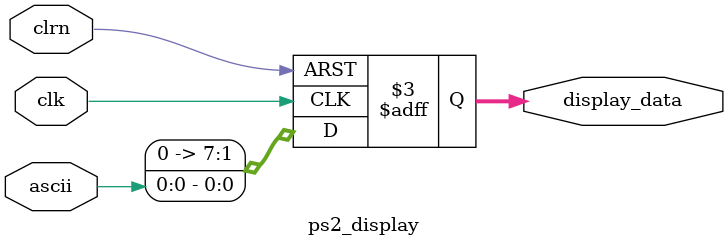
<source format=v>
module ps2_display(clk, clrn, ascii, display_data);
    input clk;
    input clrn;
    input ascii;
    output reg [7:0] display_data;

    always @(posedge clk or negedge clrn) begin
        if(clrn == 1'b0) begin
            display_data <= 8'h00;
        end else display_data <= ascii;
        end
endmodule
</source>
